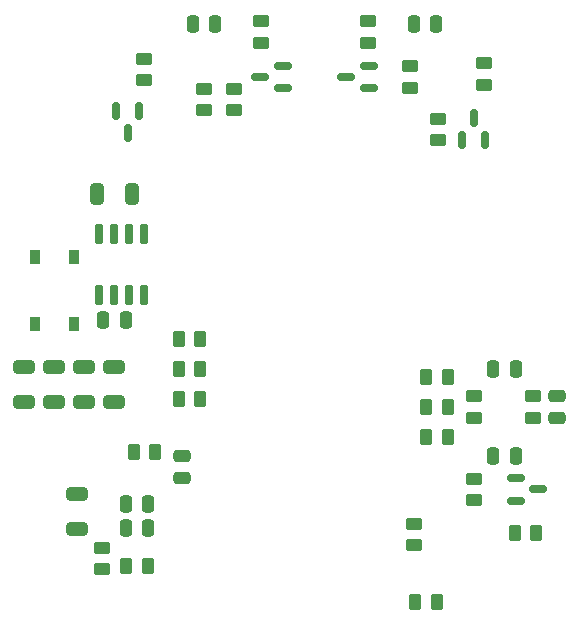
<source format=gbr>
%TF.GenerationSoftware,KiCad,Pcbnew,6.0.1-79c1e3a40b~116~ubuntu20.04.1*%
%TF.CreationDate,2022-01-23T15:23:12-08:00*%
%TF.ProjectId,led-ring-driver,6c65642d-7269-46e6-972d-647269766572,rev?*%
%TF.SameCoordinates,Original*%
%TF.FileFunction,Paste,Bot*%
%TF.FilePolarity,Positive*%
%FSLAX46Y46*%
G04 Gerber Fmt 4.6, Leading zero omitted, Abs format (unit mm)*
G04 Created by KiCad (PCBNEW 6.0.1-79c1e3a40b~116~ubuntu20.04.1) date 2022-01-23 15:23:12*
%MOMM*%
%LPD*%
G01*
G04 APERTURE LIST*
G04 Aperture macros list*
%AMRoundRect*
0 Rectangle with rounded corners*
0 $1 Rounding radius*
0 $2 $3 $4 $5 $6 $7 $8 $9 X,Y pos of 4 corners*
0 Add a 4 corners polygon primitive as box body*
4,1,4,$2,$3,$4,$5,$6,$7,$8,$9,$2,$3,0*
0 Add four circle primitives for the rounded corners*
1,1,$1+$1,$2,$3*
1,1,$1+$1,$4,$5*
1,1,$1+$1,$6,$7*
1,1,$1+$1,$8,$9*
0 Add four rect primitives between the rounded corners*
20,1,$1+$1,$2,$3,$4,$5,0*
20,1,$1+$1,$4,$5,$6,$7,0*
20,1,$1+$1,$6,$7,$8,$9,0*
20,1,$1+$1,$8,$9,$2,$3,0*%
G04 Aperture macros list end*
%ADD10RoundRect,0.250000X-0.450000X0.262500X-0.450000X-0.262500X0.450000X-0.262500X0.450000X0.262500X0*%
%ADD11RoundRect,0.250000X-0.262500X-0.450000X0.262500X-0.450000X0.262500X0.450000X-0.262500X0.450000X0*%
%ADD12RoundRect,0.250000X0.650000X-0.325000X0.650000X0.325000X-0.650000X0.325000X-0.650000X-0.325000X0*%
%ADD13RoundRect,0.150000X0.587500X0.150000X-0.587500X0.150000X-0.587500X-0.150000X0.587500X-0.150000X0*%
%ADD14R,0.900000X1.200000*%
%ADD15RoundRect,0.250000X0.262500X0.450000X-0.262500X0.450000X-0.262500X-0.450000X0.262500X-0.450000X0*%
%ADD16RoundRect,0.250000X-0.650000X0.325000X-0.650000X-0.325000X0.650000X-0.325000X0.650000X0.325000X0*%
%ADD17RoundRect,0.150000X-0.150000X0.587500X-0.150000X-0.587500X0.150000X-0.587500X0.150000X0.587500X0*%
%ADD18RoundRect,0.150000X0.150000X-0.587500X0.150000X0.587500X-0.150000X0.587500X-0.150000X-0.587500X0*%
%ADD19RoundRect,0.250000X-0.325000X-0.650000X0.325000X-0.650000X0.325000X0.650000X-0.325000X0.650000X0*%
%ADD20RoundRect,0.250000X0.250000X0.475000X-0.250000X0.475000X-0.250000X-0.475000X0.250000X-0.475000X0*%
%ADD21RoundRect,0.150000X-0.587500X-0.150000X0.587500X-0.150000X0.587500X0.150000X-0.587500X0.150000X0*%
%ADD22RoundRect,0.250000X-0.475000X0.250000X-0.475000X-0.250000X0.475000X-0.250000X0.475000X0.250000X0*%
%ADD23RoundRect,0.250000X-0.250000X-0.475000X0.250000X-0.475000X0.250000X0.475000X-0.250000X0.475000X0*%
%ADD24RoundRect,0.250000X0.450000X-0.262500X0.450000X0.262500X-0.450000X0.262500X-0.450000X-0.262500X0*%
%ADD25RoundRect,0.250000X0.475000X-0.250000X0.475000X0.250000X-0.475000X0.250000X-0.475000X-0.250000X0*%
%ADD26RoundRect,0.150000X-0.150000X0.725000X-0.150000X-0.725000X0.150000X-0.725000X0.150000X0.725000X0*%
G04 APERTURE END LIST*
D10*
%TO.C,R31*%
X146685000Y-74017500D03*
X146685000Y-75842500D03*
%TD*%
D11*
%TO.C,R34*%
X141962500Y-97790000D03*
X143787500Y-97790000D03*
%TD*%
D12*
%TO.C,C18*%
X133350000Y-111330000D03*
X133350000Y-108380000D03*
%TD*%
D13*
%TO.C,Q10*%
X150762500Y-72075000D03*
X150762500Y-73975000D03*
X148887500Y-73025000D03*
%TD*%
D14*
%TO.C,D23*%
X133095000Y-93980000D03*
X129795000Y-93980000D03*
%TD*%
D11*
%TO.C,R38*%
X137517500Y-114427000D03*
X139342500Y-114427000D03*
%TD*%
D15*
%TO.C,R23*%
X164742500Y-98425000D03*
X162917500Y-98425000D03*
%TD*%
%TO.C,R26*%
X163830000Y-117475000D03*
X162005000Y-117475000D03*
%TD*%
D16*
%TO.C,C17*%
X133985000Y-97585000D03*
X133985000Y-100535000D03*
%TD*%
D17*
%TO.C,Q11*%
X136692500Y-75897500D03*
X138592500Y-75897500D03*
X137642500Y-77772500D03*
%TD*%
D13*
%TO.C,Q9*%
X158043000Y-72075000D03*
X158043000Y-73975000D03*
X156168000Y-73025000D03*
%TD*%
D18*
%TO.C,Q8*%
X167891500Y-78407500D03*
X165991500Y-78407500D03*
X166941500Y-76532500D03*
%TD*%
D19*
%TO.C,C14*%
X135050000Y-82931000D03*
X138000000Y-82931000D03*
%TD*%
D16*
%TO.C,C20*%
X128905000Y-97585000D03*
X128905000Y-100535000D03*
%TD*%
D10*
%TO.C,R39*%
X135509000Y-112879500D03*
X135509000Y-114704500D03*
%TD*%
D20*
%TO.C,C7*%
X170495000Y-97790000D03*
X168595000Y-97790000D03*
%TD*%
D10*
%TO.C,R32*%
X144145000Y-74017500D03*
X144145000Y-75842500D03*
%TD*%
D20*
%TO.C,C8*%
X170495000Y-105156000D03*
X168595000Y-105156000D03*
%TD*%
D15*
%TO.C,R37*%
X139977500Y-104775000D03*
X138152500Y-104775000D03*
%TD*%
D21*
%TO.C,Q7*%
X170512500Y-108900000D03*
X170512500Y-107000000D03*
X172387500Y-107950000D03*
%TD*%
D10*
%TO.C,R17*%
X171958000Y-100052500D03*
X171958000Y-101877500D03*
%TD*%
D14*
%TO.C,D22*%
X133095000Y-88265000D03*
X129795000Y-88265000D03*
%TD*%
D10*
%TO.C,R30*%
X148971000Y-68302500D03*
X148971000Y-70127500D03*
%TD*%
%TO.C,R27*%
X161925000Y-110847500D03*
X161925000Y-112672500D03*
%TD*%
D20*
%TO.C,C10*%
X145060000Y-68580000D03*
X143160000Y-68580000D03*
%TD*%
D22*
%TO.C,C11*%
X142240000Y-105095000D03*
X142240000Y-106995000D03*
%TD*%
D20*
%TO.C,C9*%
X163770500Y-68580000D03*
X161870500Y-68580000D03*
%TD*%
D10*
%TO.C,R28*%
X161550500Y-72112500D03*
X161550500Y-73937500D03*
%TD*%
D16*
%TO.C,C16*%
X136525000Y-97585000D03*
X136525000Y-100535000D03*
%TD*%
D23*
%TO.C,C12*%
X137480000Y-109220000D03*
X139380000Y-109220000D03*
%TD*%
D15*
%TO.C,R33*%
X143787500Y-95250000D03*
X141962500Y-95250000D03*
%TD*%
D11*
%TO.C,R18*%
X170410500Y-111633000D03*
X172235500Y-111633000D03*
%TD*%
D15*
%TO.C,R24*%
X164742500Y-100965000D03*
X162917500Y-100965000D03*
%TD*%
D11*
%TO.C,R35*%
X141962500Y-100330000D03*
X143787500Y-100330000D03*
%TD*%
D10*
%TO.C,R22*%
X163893500Y-76557500D03*
X163893500Y-78382500D03*
%TD*%
D24*
%TO.C,R21*%
X167005000Y-108862500D03*
X167005000Y-107037500D03*
%TD*%
D10*
%TO.C,R36*%
X139065000Y-71477500D03*
X139065000Y-73302500D03*
%TD*%
D20*
%TO.C,C13*%
X139380000Y-111252000D03*
X137480000Y-111252000D03*
%TD*%
D23*
%TO.C,C15*%
X135575000Y-93599000D03*
X137475000Y-93599000D03*
%TD*%
D10*
%TO.C,R29*%
X157988000Y-68302500D03*
X157988000Y-70127500D03*
%TD*%
D16*
%TO.C,C19*%
X131445000Y-97585000D03*
X131445000Y-100535000D03*
%TD*%
D24*
%TO.C,R20*%
X167005000Y-101877500D03*
X167005000Y-100052500D03*
%TD*%
D10*
%TO.C,R19*%
X167830500Y-71858500D03*
X167830500Y-73683500D03*
%TD*%
D25*
%TO.C,C6*%
X173990000Y-101915000D03*
X173990000Y-100015000D03*
%TD*%
D11*
%TO.C,R25*%
X162917500Y-103505000D03*
X164742500Y-103505000D03*
%TD*%
D26*
%TO.C,U6*%
X135255000Y-86325000D03*
X136525000Y-86325000D03*
X137795000Y-86325000D03*
X139065000Y-86325000D03*
X139065000Y-91475000D03*
X137795000Y-91475000D03*
X136525000Y-91475000D03*
X135255000Y-91475000D03*
%TD*%
M02*

</source>
